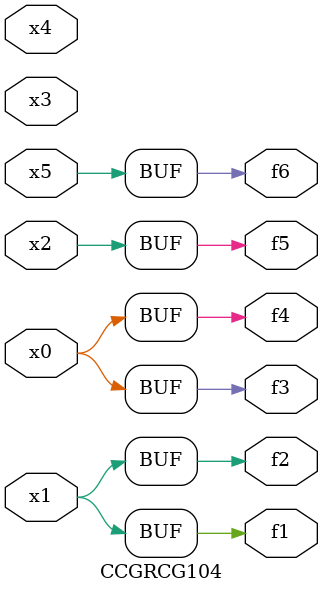
<source format=v>
module CCGRCG104(
	input x0, x1, x2, x3, x4, x5,
	output f1, f2, f3, f4, f5, f6
);
	assign f1 = x1;
	assign f2 = x1;
	assign f3 = x0;
	assign f4 = x0;
	assign f5 = x2;
	assign f6 = x5;
endmodule

</source>
